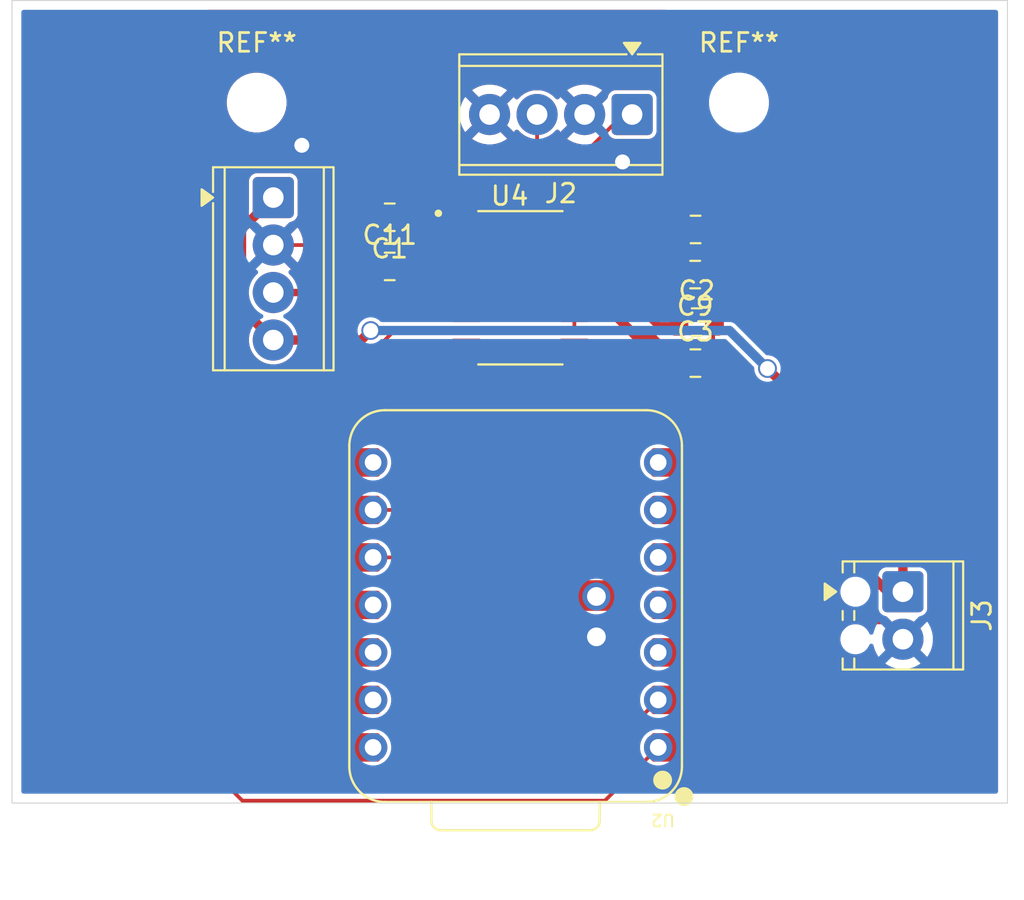
<source format=kicad_pcb>
(kicad_pcb (version 20241229) (generator "pcbnew") (generator_version "9.0")
  (title_block (title "Electrometer ADC") (date "2025-08-21") (rev "v2.0"))
  (layers (0 "F.Cu" signal) (2 "B.Cu" signal) (13 "F.Paste" user) (15 "B.Paste" user) (5 "F.SilkS" user "F.Silkscreen") (7 "B.SilkS" user "B.Silkscreen") (1 "F.Mask" user) (3 "B.Mask" user) (25 "Edge.Cuts" user))
  (net 0 "")
  (net 1 "+BATT")
  (net 2 "Net-(U4-REF)")
  (net 3 "Net-(U4-REFCAP)")
  (net 4 "/MOSI")
  (net 5 "/SCK")
  (net 6 "/~{CS}")
  (net 7 "/MISO")
  (net 8 "Net-(J2-Pin_3)")
  (net 9 "Net-(J2-Pin_1)")
  (net 15 "+5V")
  (net 16 "GND")
  (net 29 "/SSTRB")
  (footprint "Max1032:SOP65P640X110-24N" (layer "F.Cu") (at 149.606 96.774)
    (property "Reference" "U4" (at -0.575 -4.912 0) (layer "F.SilkS"))
    (property "Value" "MAX1032BEUG_" (hide yes))
    (fp_line (start -2.25 -4.1) (end 2.25 -4.1) (stroke (width 0.127)) (layer "F.SilkS"))
    (fp_line (start -2.25 4.1) (end 2.25 4.1) (stroke (width 0.127)) (layer "F.SilkS"))
    (fp_circle (center -4.385 -3.985) (end -4.285 -3.985) (stroke (width 0.2)) (fill no) (layer "F.SilkS"))
    (pad "1" smd roundrect (at -2.885 -3.575) (size 1.5 0.41) (layers "F.Cu" "F.Mask" "F.Paste") (roundrect_rratio 0.125) (net 15 "+5V"))
    (pad "2" smd roundrect (at -2.885 -2.925) (size 1.5 0.41) (layers "F.Cu" "F.Mask" "F.Paste") (roundrect_rratio 0.125) (net 15 "+5V"))
    (pad "3" smd roundrect (at -2.885 -2.275) (size 1.5 0.41) (layers "F.Cu" "F.Mask" "F.Paste") (roundrect_rratio 0.125) (net 8 "Net-(J2-Pin_3)"))
    (pad "4" smd roundrect (at -2.885 -1.625) (size 1.5 0.41) (layers "F.Cu" "F.Mask" "F.Paste") (roundrect_rratio 0.125) (net 9 "Net-(J2-Pin_1)"))
    (pad "5" smd roundrect (at -2.885 -0.975) (size 1.5 0.41) (layers "F.Cu" "F.Mask" "F.Paste") (roundrect_rratio 0.125))
    (pad "6" smd roundrect (at -2.885 -0.325) (size 1.5 0.41) (layers "F.Cu" "F.Mask" "F.Paste") (roundrect_rratio 0.125))
    (pad "7" smd roundrect (at -2.885 0.325) (size 1.5 0.41) (layers "F.Cu" "F.Mask" "F.Paste") (roundrect_rratio 0.125))
    (pad "8" smd roundrect (at -2.885 0.975) (size 1.5 0.41) (layers "F.Cu" "F.Mask" "F.Paste") (roundrect_rratio 0.125))
    (pad "9" smd roundrect (at -2.885 1.625) (size 1.5 0.41) (layers "F.Cu" "F.Mask" "F.Paste") (roundrect_rratio 0.125))
    (pad "10" smd roundrect (at -2.885 2.275) (size 1.5 0.41) (layers "F.Cu" "F.Mask" "F.Paste") (roundrect_rratio 0.125) (net 6 "/~{CS}"))
    (pad "11" smd roundrect (at -2.885 2.925) (size 1.5 0.41) (layers "F.Cu" "F.Mask" "F.Paste") (roundrect_rratio 0.125) (net 4 "/MOSI"))
    (pad "12" smd roundrect (at -2.885 3.575) (size 1.5 0.41) (layers "F.Cu" "F.Mask" "F.Paste") (roundrect_rratio 0.125) (net 29 "/SSTRB"))
    (pad "13" smd roundrect (at 2.885 3.575) (size 1.5 0.41) (layers "F.Cu" "F.Mask" "F.Paste") (roundrect_rratio 0.125) (net 5 "/SCK"))
    (pad "14" smd roundrect (at 2.885 2.925) (size 1.5 0.41) (layers "F.Cu" "F.Mask" "F.Paste") (roundrect_rratio 0.125) (net 7 "/MISO"))
    (pad "15" smd roundrect (at 2.885 2.275) (size 1.5 0.41) (layers "F.Cu" "F.Mask" "F.Paste") (roundrect_rratio 0.125) (net 16 "GND"))
    (pad "16" smd roundrect (at 2.885 1.625) (size 1.5 0.41) (layers "F.Cu" "F.Mask" "F.Paste") (roundrect_rratio 0.125) (net 16 "GND"))
    (pad "17" smd roundrect (at 2.885 0.975) (size 1.5 0.41) (layers "F.Cu" "F.Mask" "F.Paste") (roundrect_rratio 0.125) (net 1 "+BATT"))
    (pad "18" smd roundrect (at 2.885 0.325) (size 1.5 0.41) (layers "F.Cu" "F.Mask" "F.Paste") (roundrect_rratio 0.125) (net 15 "+5V"))
    (pad "19" smd roundrect (at 2.885 -0.325) (size 1.5 0.41) (layers "F.Cu" "F.Mask" "F.Paste") (roundrect_rratio 0.125) (net 3 "Net-(U4-REFCAP)"))
    (pad "20" smd roundrect (at 2.885 -0.975) (size 1.5 0.41) (layers "F.Cu" "F.Mask" "F.Paste") (roundrect_rratio 0.125) (net 2 "Net-(U4-REF)"))
    (pad "21" smd roundrect (at 2.885 -1.625) (size 1.5 0.41) (layers "F.Cu" "F.Mask" "F.Paste") (roundrect_rratio 0.125) (net 16 "GND"))
    (pad "22" smd roundrect (at 2.885 -2.275) (size 1.5 0.41) (layers "F.Cu" "F.Mask" "F.Paste") (roundrect_rratio 0.125) (net 15 "+5V"))
    (pad "23" smd roundrect (at 2.885 -2.925) (size 1.5 0.41) (layers "F.Cu" "F.Mask" "F.Paste") (roundrect_rratio 0.125) (net 16 "GND"))
    (pad "24" smd roundrect (at 2.885 -3.575) (size 1.5 0.41) (layers "F.Cu" "F.Mask" "F.Paste") (roundrect_rratio 0.125) (net 16 "GND"))
  )
  (footprint "Capacitor_SMD:C_0805_2012Metric" (layer "F.Cu") (at 158.971252 93.655462 180)
    (property "Reference" "C8" (hide yes))
    (property "Value" "1u")
    (fp_line (start -0.261252 0.735) (end 0.261252 0.735) (stroke (width 0.12)) (layer "F.SilkS"))
    (fp_line (start -0.261252 -0.735) (end 0.261252 -0.735) (stroke (width 0.12)) (layer "F.SilkS"))
    (pad "1" smd roundrect (at -0.95 0 180) (size 1 1.45) (layers "F.Cu" "F.Mask" "F.Paste") (net 16 "GND"))
    (pad "2" smd roundrect (at 0.95 0 180) (size 1 1.45) (layers "F.Cu" "F.Mask" "F.Paste") (net 2 "Net-(U4-REF)"))
  )
  (footprint "MountingHole:MountingHole_2.7mm_M2.5_ISO7380" (layer "F.Cu") (at 161.29 86.868)
    (property "Reference" "REF**" (at 0 -3.2 0) (layer "F.SilkS"))
    (property "Value" "MountingHole_2.7mm_M2.5_ISO7380")
    (pad "" np_thru_hole circle (at 0 0) (size 2.7 2.7) (drill 2.7) (layers "*.Cu" "*.Mask"))
  )
  (footprint "XIAO_DIP:XIAO-ESP32C3-DIP" (layer "F.Cu") (at 149.232 113.7355 180)
    (property "Reference" "U2" (at -8 -11.5 180) (layer "F.SilkS") (effects (font (size 0.635 0.635) (thickness 0.1016))))
    (property "Value" "XIAO-ESP32-C3-DIP")
    (fp_line (start 8.77 8.509) (end 8.77 -8.636) (stroke (width 0.127)) (layer "F.SilkS"))
    (fp_line (start 6.865 -10.541) (end -7.105 -10.541) (stroke (width 0.1)) (layer "F.SilkS"))
    (fp_line (start 6.865 -10.541) (end -7.105 -10.541) (stroke (width 0.127)) (layer "F.SilkS"))
    (fp_line (start 4.384 -11.551) (end 4.384 -10.541) (stroke (width 0.127)) (layer "F.SilkS"))
    (fp_line (start -4.111272 -12.051) (end 3.884 -12.051) (stroke (width 0.127)) (layer "F.SilkS"))
    (fp_line (start -4.615 -10.541) (end -4.611272 -11.551272) (stroke (width 0.127)) (layer "F.SilkS"))
    (fp_line (start -7.105 10.414) (end 6.865 10.414) (stroke (width 0.127)) (layer "F.SilkS"))
    (fp_line (start -9.01 8.509) (end -9.01 -8.636) (stroke (width 0.127)) (layer "F.SilkS"))
    (fp_arc (start 8.77 8.509) (mid 8.212038 9.856038) (end 6.865 10.414) (stroke (width 0.127)) (layer "F.SilkS"))
    (fp_arc (start 6.865 -10.541) (mid 8.212038 -9.983038) (end 8.77 -8.636) (stroke (width 0.127)) (layer "F.SilkS"))
    (fp_arc (start 3.884 -12.051) (mid 4.237553 -11.904553) (end 4.384 -11.551) (stroke (width 0.127)) (layer "F.SilkS"))
    (fp_arc (start -4.611272 -11.551272) (mid -4.464728 -11.90464) (end -4.111272 -12.051) (stroke (width 0.127)) (layer "F.SilkS"))
    (fp_arc (start -7.105 10.414) (mid -8.452038 9.856038) (end -9.01 8.509) (stroke (width 0.127)) (layer "F.SilkS"))
    (fp_arc (start -9.01 -8.636) (mid -8.452038 -9.983038) (end -7.105 -10.541) (stroke (width 0.127)) (layer "F.SilkS"))
    (fp_circle (center -7.977 -9.37) (end -7.977 -9.624) (stroke (width 0.5)) (fill yes) (layer "F.SilkS"))
    (fp_circle (center -9.12 -10.25) (end -9.12 -10.504) (stroke (width 0.5)) (fill yes) (layer "F.SilkS"))
    (pad "1" smd roundrect (at -8.575 -7.62) (size 2.432 1.524) (layers "F.Cu" "F.Mask") (roundrect_rratio 0.1) (net 6 "/~{CS}"))
    (pad "1" thru_hole circle (at -7.74 -7.62) (size 1.524 1.524) (drill 0.889) (layers "*.Cu" "*.Mask") (net 6 "/~{CS}"))
    (pad "2" smd roundrect (at -8.575 -5.08) (size 2.432 1.524) (layers "F.Cu" "F.Mask") (roundrect_rratio 0.1) (net 29 "/SSTRB"))
    (pad "2" thru_hole circle (at -7.74 -5.08) (size 1.524 1.524) (drill 0.889) (layers "*.Cu" "*.Mask") (net 29 "/SSTRB"))
    (pad "3" smd roundrect (at -8.575 -2.54) (size 2.432 1.524) (layers "F.Cu" "F.Mask") (roundrect_rratio 0.1))
    (pad "3" thru_hole circle (at -7.74 -2.54) (size 1.524 1.524) (drill 0.889) (layers "*.Cu" "*.Mask"))
    (pad "4" smd roundrect (at -8.575 0) (size 2.432 1.524) (layers "F.Cu" "F.Mask") (roundrect_rratio 0.1))
    (pad "4" thru_hole circle (at -7.74 0) (size 1.524 1.524) (drill 0.889) (layers "*.Cu" "*.Mask"))
    (pad "5" smd roundrect (at -8.575 2.54) (size 2.432 1.524) (layers "F.Cu" "F.Mask") (roundrect_rratio 0.1))
    (pad "5" thru_hole circle (at -7.74 2.54) (size 1.524 1.524) (drill 0.889) (layers "*.Cu" "*.Mask"))
    (pad "6" smd roundrect (at -8.575 5.08) (size 2.432 1.524) (layers "F.Cu" "F.Mask") (roundrect_rratio 0.1))
    (pad "6" thru_hole circle (at -7.74 5.08) (size 1.524 1.524) (drill 0.889) (layers "*.Cu" "*.Mask"))
    (pad "7" smd roundrect (at -8.575 7.62) (size 2.432 1.524) (layers "F.Cu" "F.Mask") (roundrect_rratio 0.1))
    (pad "7" thru_hole circle (at -7.74 7.62) (size 1.524 1.524) (drill 0.889) (layers "*.Cu" "*.Mask"))
    (pad "8" thru_hole circle (at 7.5 7.62 180) (size 1.524 1.524) (drill 0.889) (layers "*.Cu" "*.Mask"))
    (pad "8" smd roundrect (at 8.335 7.62 180) (size 2.432 1.524) (layers "F.Cu" "F.Mask") (roundrect_rratio 0.1))
    (pad "9" thru_hole circle (at 7.5 5.08 180) (size 1.524 1.524) (drill 0.889) (layers "*.Cu" "*.Mask") (net 5 "/SCK"))
    (pad "9" smd roundrect (at 8.335 5.08 180) (size 2.432 1.524) (layers "F.Cu" "F.Mask") (roundrect_rratio 0.1) (net 5 "/SCK"))
    (pad "10" thru_hole circle (at 7.5 2.54 180) (size 1.524 1.524) (drill 0.889) (layers "*.Cu" "*.Mask") (net 7 "/MISO"))
    (pad "10" smd roundrect (at 8.335 2.54 180) (size 2.432 1.524) (layers "F.Cu" "F.Mask") (roundrect_rratio 0.1) (net 7 "/MISO"))
    (pad "11" thru_hole circle (at 7.5 0 180) (size 1.524 1.524) (drill 0.889) (layers "*.Cu" "*.Mask") (net 4 "/MOSI"))
    (pad "11" smd roundrect (at 8.335 0 180) (size 2.432 1.524) (layers "F.Cu" "F.Mask") (roundrect_rratio 0.1) (net 4 "/MOSI"))
    (pad "12" thru_hole circle (at 7.5 -2.54 180) (size 1.524 1.524) (drill 0.889) (layers "*.Cu" "*.Mask"))
    (pad "12" smd roundrect (at 8.335 -2.54 180) (size 2.432 1.524) (layers "F.Cu" "F.Mask") (roundrect_rratio 0.1))
    (pad "13" thru_hole circle (at 7.5 -5.08 180) (size 1.524 1.524) (drill 0.889) (layers "*.Cu" "*.Mask"))
    (pad "13" smd roundrect (at 8.335 -5.08 180) (size 2.432 1.524) (layers "F.Cu" "F.Mask") (roundrect_rratio 0.1))
    (pad "14" thru_hole circle (at 7.5 -7.62 180) (size 1.524 1.524) (drill 0.889) (layers "*.Cu" "*.Mask"))
    (pad "14" smd roundrect (at 8.335 -7.62 180) (size 2.432 1.524) (layers "F.Cu" "F.Mask") (roundrect_rratio 0.1))
    (pad "15" smd roundrect (at -4.5 0.5 180) (size 3 1.635) (layers "F.Cu" "F.Mask" "F.Paste") (roundrect_rratio 0.15) (net 1 "+BATT"))
    (pad "16" smd roundrect (at -4.5 -1.75 180) (size 3 1.5) (layers "F.Cu" "F.Mask" "F.Paste") (roundrect_rratio 0.15) (net 16 "GND"))
  )
  (footprint "TerminalBlock_Phoenix:TerminalBlock_Phoenix_MPT-0,5-4-2.54_1x04_P2.54mm_Horizontal" (layer "F.Cu") (at 155.579 87.507 180)
    (property "Reference" "J2" (at 3.81 -4.22 0) (layer "F.SilkS"))
    (property "Value" "Screw_Terminal_01x04" (hide yes))
    (fp_line (start 9.24 3.22) (end 0.3 3.22) (stroke (width 0.12)) (layer "F.SilkS"))
    (fp_line (start 9.24 -3.22) (end 9.24 3.22) (stroke (width 0.12)) (layer "F.SilkS"))
    (fp_line (start -0.3 3.22) (end -1.62 3.22) (stroke (width 0.12)) (layer "F.SilkS"))
    (fp_line (start -1.62 3.22) (end -1.62 -3.22) (stroke (width 0.12)) (layer "F.SilkS"))
    (fp_line (start -1.62 2.6) (end 9.24 2.6) (stroke (width 0.12)) (layer "F.SilkS"))
    (fp_line (start -1.62 -2.7) (end 9.24 -2.7) (stroke (width 0.12)) (layer "F.SilkS"))
    (fp_line (start -1.62 -3.22) (end 9.24 -3.22) (stroke (width 0.12)) (layer "F.SilkS"))
    (fp_poly (pts (xy 0 3.22) (xy 0.44 3.83) (xy -0.44 3.83)) (stroke (width 0.12)) (fill yes) (layer "F.SilkS"))
    (pad "1" thru_hole roundrect (at 0 0 180) (size 2.2 2.2) (drill 1.1) (layers "*.Cu" "*.Mask") (roundrect_rratio 0.113636) (net 9 "Net-(J2-Pin_1)"))
    (pad "2" thru_hole circle (at 2.54 0 180) (size 2.2 2.2) (drill 1.1) (layers "*.Cu" "*.Mask") (net 16 "GND"))
    (pad "3" thru_hole circle (at 5.08 0 180) (size 2.2 2.2) (drill 1.1) (layers "*.Cu" "*.Mask") (net 8 "Net-(J2-Pin_3)"))
    (pad "4" thru_hole circle (at 7.62 0 180) (size 2.2 2.2) (drill 1.1) (layers "*.Cu" "*.Mask") (net 16 "GND"))
  )
  (footprint "Capacitor_SMD:C_0805_2012Metric" (layer "F.Cu") (at 142.621 95.631)
    (property "Reference" "C11" (at 0 -1.68 0) (layer "F.SilkS"))
    (property "Value" "100n")
    (fp_line (start -0.261252 -0.735) (end 0.261252 -0.735) (stroke (width 0.12)) (layer "F.SilkS"))
    (fp_line (start -0.261252 0.735) (end 0.261252 0.735) (stroke (width 0.12)) (layer "F.SilkS"))
    (pad "1" smd roundrect (at -0.95 0) (size 1 1.45) (layers "F.Cu" "F.Mask" "F.Paste") (net 16 "GND"))
    (pad "2" smd roundrect (at 0.95 0) (size 1 1.45) (layers "F.Cu" "F.Mask" "F.Paste") (net 15 "+5V"))
  )
  (footprint "Capacitor_SMD:C_0805_2012Metric" (layer "F.Cu") (at 158.95 96.068462 180)
    (property "Reference" "C9" (at 0 -1.68 0) (layer "F.SilkS"))
    (property "Value" "100n" (hide yes))
    (fp_line (start -0.261252 0.735) (end 0.261252 0.735) (stroke (width 0.12)) (layer "F.SilkS"))
    (fp_line (start -0.261252 -0.735) (end 0.261252 -0.735) (stroke (width 0.12)) (layer "F.SilkS"))
    (pad "1" smd roundrect (at -0.95 0 180) (size 1 1.45) (layers "F.Cu" "F.Mask" "F.Paste") (net 16 "GND"))
    (pad "2" smd roundrect (at 0.95 0 180) (size 1 1.45) (layers "F.Cu" "F.Mask" "F.Paste") (net 3 "Net-(U4-REFCAP)"))
  )
  (footprint "Capacitor_SMD:C_0805_2012Metric" (layer "F.Cu") (at 159.032252 98.608462)
    (property "Reference" "C2" (at 0 -1.68 0) (layer "F.SilkS"))
    (property "Value" "100n")
    (fp_line (start -0.261252 -0.735) (end 0.261252 -0.735) (stroke (width 0.12)) (layer "F.SilkS"))
    (fp_line (start -0.261252 0.735) (end 0.261252 0.735) (stroke (width 0.12)) (layer "F.SilkS"))
    (pad "1" smd roundrect (at -0.95 0) (size 1 1.45) (layers "F.Cu" "F.Mask" "F.Paste") (net 15 "+5V"))
    (pad "2" smd roundrect (at 0.95 0) (size 1 1.45) (layers "F.Cu" "F.Mask" "F.Paste") (net 16 "GND"))
  )
  (footprint "Capacitor_SMD:C_0805_2012Metric" (layer "F.Cu") (at 158.960252 100.802462)
    (property "Reference" "C3" (at 0 -1.68 0) (layer "F.SilkS"))
    (property "Value" "100n")
    (fp_line (start -0.261252 -0.735) (end 0.261252 -0.735) (stroke (width 0.12)) (layer "F.SilkS"))
    (fp_line (start -0.261252 0.735) (end 0.261252 0.735) (stroke (width 0.12)) (layer "F.SilkS"))
    (pad "1" smd roundrect (at -0.95 0) (size 1 1.45) (layers "F.Cu" "F.Mask" "F.Paste") (net 1 "+BATT"))
    (pad "2" smd roundrect (at 0.95 0) (size 1 1.45) (layers "F.Cu" "F.Mask" "F.Paste") (net 16 "GND"))
  )
  (footprint "TerminalBlock_Phoenix:TerminalBlock_Phoenix_MPT-0,5-2-2.54_1x02_P2.54mm_Horizontal" (layer "F.Cu") (at 170.053 113.03 -90)
    (property "Reference" "J3" (at 1.27 -4.22 90) (layer "F.SilkS"))
    (property "Value" "Screw_Terminal_01x02")
    (fp_line (start -1.62 3.22) (end -1.62 -3.22) (stroke (width 0.12)) (layer "F.SilkS"))
    (fp_line (start -1.03 3.22) (end -1.62 3.22) (stroke (width 0.12)) (layer "F.SilkS"))
    (fp_line (start 1.51 3.22) (end 1.03 3.22) (stroke (width 0.12)) (layer "F.SilkS"))
    (fp_line (start 4.16 3.22) (end 3.57 3.22) (stroke (width 0.12)) (layer "F.SilkS"))
    (fp_line (start -1.62 2.6) (end -1.03 2.6) (stroke (width 0.12)) (layer "F.SilkS"))
    (fp_line (start 1.03 2.6) (end 1.51 2.6) (stroke (width 0.12)) (layer "F.SilkS"))
    (fp_line (start 3.57 2.6) (end 4.16 2.6) (stroke (width 0.12)) (layer "F.SilkS"))
    (fp_line (start -1.62 -2.7) (end 4.16 -2.7) (stroke (width 0.12)) (layer "F.SilkS"))
    (fp_line (start -1.62 -3.22) (end 4.16 -3.22) (stroke (width 0.12)) (layer "F.SilkS"))
    (fp_line (start 4.16 -3.22) (end 4.16 3.22) (stroke (width 0.12)) (layer "F.SilkS"))
    (fp_poly (pts (xy 0 3.57) (xy 0.44 4.18) (xy -0.44 4.18)) (stroke (width 0.12)) (fill yes) (layer "F.SilkS"))
    (pad "" np_thru_hole circle (at 0 2.54 270) (size 1.1 1.1) (drill 1.1) (layers "*.Cu" "*.Mask"))
    (pad "" np_thru_hole circle (at 2.54 2.54 270) (size 1.1 1.1) (drill 1.1) (layers "*.Cu" "*.Mask"))
    (pad "1" thru_hole roundrect (at 0 0 270) (size 2.2 2.2) (drill 1.1) (layers "*.Cu" "*.Mask") (roundrect_rratio 0.113636) (net 1 "+BATT"))
    (pad "2" thru_hole circle (at 2.54 0 270) (size 2.2 2.2) (drill 1.1) (layers "*.Cu" "*.Mask") (net 16 "GND"))
  )
  (footprint "Capacitor_SMD:C_0805_2012Metric" (layer "F.Cu") (at 142.621 93.0025 180)
    (property "Reference" "C1" (at 0 -1.68 0) (layer "F.SilkS"))
    (property "Value" "100n")
    (fp_line (start -0.261252 0.735) (end 0.261252 0.735) (stroke (width 0.12)) (layer "F.SilkS"))
    (fp_line (start -0.261252 -0.735) (end 0.261252 -0.735) (stroke (width 0.12)) (layer "F.SilkS"))
    (pad "1" smd roundrect (at -0.95 0 180) (size 1 1.45) (layers "F.Cu" "F.Mask" "F.Paste") (net 15 "+5V"))
    (pad "2" smd roundrect (at 0.95 0 180) (size 1 1.45) (layers "F.Cu" "F.Mask" "F.Paste") (net 16 "GND"))
  )
  (footprint "MountingHole:MountingHole_2.7mm_M2.5_ISO7380" (layer "F.Cu") (at 135.509 86.868)
    (property "Reference" "REF**" (at 0 -3.2 0) (layer "F.SilkS"))
    (property "Value" "MountingHole_2.7mm_M2.5_ISO7380")
    (pad "" np_thru_hole circle (at 0 0) (size 2.7 2.7) (drill 2.7) (layers "*.Cu" "*.Mask"))
  )
  (footprint "TerminalBlock_Phoenix:TerminalBlock_Phoenix_MPT-0,5-4-2.54_1x04_P2.54mm_Horizontal" (layer "F.Cu") (at 136.398 91.948 -90)
    (property "Reference" "J1" (hide yes))
    (property "Value" "Screw_Terminal_01x04" (hide yes))
    (fp_line (start -1.62 3.22) (end -1.62 -3.22) (stroke (width 0.12)) (layer "F.SilkS"))
    (fp_line (start -0.3 3.22) (end -1.62 3.22) (stroke (width 0.12)) (layer "F.SilkS"))
    (fp_line (start 9.24 3.22) (end 0.3 3.22) (stroke (width 0.12)) (layer "F.SilkS"))
    (fp_line (start -1.62 2.6) (end 9.24 2.6) (stroke (width 0.12)) (layer "F.SilkS"))
    (fp_line (start -1.62 -2.7) (end 9.24 -2.7) (stroke (width 0.12)) (layer "F.SilkS"))
    (fp_line (start -1.62 -3.22) (end 9.24 -3.22) (stroke (width 0.12)) (layer "F.SilkS"))
    (fp_line (start 9.24 -3.22) (end 9.24 3.22) (stroke (width 0.12)) (layer "F.SilkS"))
    (fp_poly (pts (xy 0 3.22) (xy 0.44 3.83) (xy -0.44 3.83)) (stroke (width 0.12)) (fill yes) (layer "F.SilkS"))
    (pad "1" thru_hole roundrect (at 0 0 270) (size 2.2 2.2) (drill 1.1) (layers "*.Cu" "*.Mask") (roundrect_rratio 0.113636) (net 1 "+BATT"))
    (pad "2" thru_hole circle (at 2.54 0 270) (size 2.2 2.2) (drill 1.1) (layers "*.Cu" "*.Mask") (net 16 "GND"))
    (pad "3" thru_hole circle (at 5.08 0 270) (size 2.2 2.2) (drill 1.1) (layers "*.Cu" "*.Mask") (net 15 "+5V"))
    (pad "4" thru_hole circle (at 7.62 0 270) (size 2.2 2.2) (drill 1.1) (layers "*.Cu" "*.Mask") (net 1 "+BATT"))
  )
  (gr_line (start 122.428 81.407) (end 175.641 81.407) (stroke (width 0.05)) (layer "Edge.Cuts"))
  (gr_line (start 175.641 124.333) (end 122.428 124.333) (stroke (width 0.05)) (layer "Edge.Cuts"))
  (gr_line (start 122.428 124.333) (end 122.428 81.407) (stroke (width 0.05)) (layer "Edge.Cuts"))
  (gr_line (start 175.641 81.407) (end 175.641 124.333) (stroke (width 0.05)) (layer "Edge.Cuts"))
  (gr_text "Electrometer ADC\nv3.5\n9/9/2025" (at 132.207 114.681 90) (layer "F.Cu") (effects (font (size 2 2.5) (thickness 0.3)) (justify left bottom)))
  (segment (start 158.2345 101.7345) (end 158.2345 101.02671) (width 0.5) (layer "F.Cu") (net 1))
  (segment (start 163.703 101.981) (end 162.814 101.092) (width 0.5) (layer "F.Cu") (net 1))
  (segment (start 163.576 102.616) (end 159.116 102.616) (width 0.5) (layer "F.Cu") (net 1))
  (segment (start 170.053 109.093) (end 163.703 102.743) (width 0.5) (layer "F.Cu") (net 1))
  (segment (start 165.331 112.418) (end 166.243 111.506) (width 0.5) (layer "F.Cu") (net 1))
  (segment (start 170.053 113.03) (end 170.053 109.093) (width 0.5) (layer "F.Cu") (net 1))
  (segment (start 141.097 99.568) (end 141.605 99.06) (width 0.5) (layer "F.Cu") (net 1))
  (segment (start 134.697 93.649) (end 134.697 97.867) (width 0.5) (layer "F.Cu") (net 1))
  (segment (start 167.711509 111.506) (end 169.235509 113.03) (width 0.5) (layer "F.Cu") (net 1))
  (segment (start 170.053 109.093) (end 163.576 102.616) (width 0.5) (layer "F.Cu") (net 1))
  (segment (start 156.61479 99.407) (end 155.834058 99.407) (width 0.5) (layer "F.Cu") (net 1))
  (segment (start 134.697 97.867) (end 136.398 99.568) (width 0.5) (layer "F.Cu") (net 1))
  (segment (start 163.703 102.743) (end 163.703 101.981) (width 0.5) (layer "F.Cu") (net 1))
  (segment (start 155.834058 99.407) (end 154.176058 97.749) (width 0.5) (layer "F.Cu") (net 1))
  (segment (start 136.398 91.948) (end 134.697 93.649) (width 0.5) (layer "F.Cu") (net 1))
  (segment (start 159.116 102.616) (end 158.2345 101.7345) (width 0.5) (layer "F.Cu") (net 1))
  (segment (start 154.176058 97.749) (end 152.491 97.749) (width 0.5) (layer "F.Cu") (net 1))
  (segment (start 166.243 111.506) (end 167.711509 111.506) (width 0.5) (layer "F.Cu") (net 1))
  (segment (start 136.398 99.568) (end 141.097 99.568) (width 0.5) (layer "F.Cu") (net 1))
  (segment (start 169.235509 113.03) (end 170.053 113.03) (width 0.5) (layer "F.Cu") (net 1))
  (segment (start 158.2345 101.02671) (end 156.61479 99.407) (width 0.5) (layer "F.Cu") (net 1))
  (segment (start 154.5495 112.418) (end 165.331 112.418) (width 0.5) (layer "F.Cu") (net 1))
  (segment (start 153.732 113.2355) (end 154.5495 112.418) (width 0.5) (layer "F.Cu") (net 1))
  (via (at 153.67 113.284) (size 1.5) (drill 1) (layers "F.Cu" "B.Cu") (net 1))
  (via (at 141.605 99.06) (size 1) (drill 0.8) (layers "F.Cu" "B.Cu") (net 1))
  (via (at 162.814 101.092) (size 1) (drill 0.8) (layers "F.Cu" "B.Cu") (net 1))
  (segment (start 160.782 99.06) (end 141.605 99.06) (width 0.5) (layer "B.Cu") (net 1))
  (segment (start 162.814 101.092) (end 160.782 99.06) (width 0.5) (layer "B.Cu") (net 1))
  (segment (start 153.756 95.799) (end 155.702 93.853) (width 0.2) (layer "F.Cu") (net 2))
  (segment (start 152.491 95.799) (end 153.756 95.799) (width 0.2) (layer "F.Cu") (net 2))
  (segment (start 157.823714 93.853) (end 158.021252 93.655462) (width 0.2) (layer "F.Cu") (net 2))
  (segment (start 155.702 93.853) (end 157.823714 93.853) (width 0.2) (layer "F.Cu") (net 2))
  (segment (start 157.169538 96.068462) (end 158 96.068462) (width 0.2) (layer "F.Cu") (net 3))
  (segment (start 157.884714 96.266) (end 158.082252 96.068462) (width 0.2) (layer "F.Cu") (net 3))
  (segment (start 156.789 96.449) (end 157.169538 96.068462) (width 0.2) (layer "F.Cu") (net 3))
  (segment (start 152.491 96.449) (end 156.789 96.449) (width 0.2) (layer "F.Cu") (net 3))
  (segment (start 140.335 103.886) (end 144.536078 103.886) (width 0.2) (layer "F.Cu") (net 4))
  (segment (start 147.451 99.699) (end 146.721 99.699) (width 0.2) (layer "F.Cu") (net 4))
  (segment (start 144.536078 103.886) (end 147.772 100.650078) (width 0.2) (layer "F.Cu") (net 4))
  (segment (start 147.772 100.650078) (end 147.772 100.02) (width 0.2) (layer "F.Cu") (net 4))
  (segment (start 138.684 105.537) (end 140.335 103.886) (width 0.2) (layer "F.Cu") (net 4))
  (segment (start 138.684 111.76513) (end 138.684 105.537) (width 0.2) (layer "F.Cu") (net 4))
  (segment (start 141.732 113.7355) (end 140.65437 113.7355) (width 0.2) (layer "F.Cu") (net 4))
  (segment (start 140.65437 113.7355) (end 138.684 111.76513) (width 0.2) (layer "F.Cu") (net 4))
  (segment (start 147.772 100.02) (end 147.451 99.699) (width 0.2) (layer "F.Cu") (net 4))
  (segment (start 141.732 108.6555) (end 144.1845 108.6555) (width 0.2) (layer "F.Cu") (net 5))
  (segment (start 144.1845 108.6555) (end 152.491 100.349) (width 0.2) (layer "F.Cu") (net 5))
  (segment (start 133.223 122.682) (end 133.223 108.712) (width 0.2) (layer "F.Cu") (net 6))
  (segment (start 156.972 121.3555) (end 154.1215 124.206) (width 0.2) (layer "F.Cu") (net 6))
  (segment (start 154.1215 124.206) (end 134.747 124.206) (width 0.2) (layer "F.Cu") (net 6))
  (segment (start 146.605 98.933) (end 146.721 99.049) (width 0.2) (layer "F.Cu") (net 6))
  (segment (start 134.747 124.206) (end 133.223 122.682) (width 0.2) (layer "F.Cu") (net 6))
  (segment (start 142.886 99.049) (end 146.721 99.049) (width 0.2) (layer "F.Cu") (net 6))
  (segment (start 133.223 108.712) (end 142.886 99.049) (width 0.2) (layer "F.Cu") (net 6))
  (segment (start 141.732 111.1955) (end 142.996578 111.1955) (width 0.2) (layer "F.Cu") (net 7))
  (segment (start 153.193078 99.699) (end 152.491 99.699) (width 0.2) (layer "F.Cu") (net 7))
  (segment (start 142.996578 111.1955) (end 153.542 100.650078) (width 0.2) (layer "F.Cu") (net 7))
  (segment (start 153.542 100.650078) (end 153.542 100.047922) (width 0.2) (layer "F.Cu") (net 7))
  (segment (start 153.542 100.047922) (end 153.193078 99.699) (width 0.2) (layer "F.Cu") (net 7))
  (segment (start 147.470999 94.499) (end 150.499 91.470999) (width 0.2) (layer "F.Cu") (net 8))
  (segment (start 150.499 91.470999) (end 150.499 87.507) (width 0.2) (layer "F.Cu") (net 8))
  (segment (start 146.721 94.499) (end 147.470999 94.499) (width 0.2) (layer "F.Cu") (net 8))
  (segment (start 146.721 95.149) (end 147.470999 95.149) (width 0.2) (layer "F.Cu") (net 9))
  (segment (start 155.112999 87.507) (end 155.579 87.507) (width 0.2) (layer "F.Cu") (net 9))
  (segment (start 147.470999 95.149) (end 155.112999 87.507) (width 0.2) (layer "F.Cu") (net 9))
  (segment (start 156.464 83.058) (end 147.193 83.058) (width 0.4) (layer "F.Cu") (net 15))
  (segment (start 143.571 93.0025) (end 146.5245 93.0025) (width 0.4) (layer "F.Cu") (net 15))
  (segment (start 150.357 94.499) (end 152.491 94.499) (width 0.4) (layer "F.Cu") (net 15))
  (segment (start 146.5245 93.0025) (end 146.721 93.199) (width 0.4) (layer "F.Cu") (net 15))
  (segment (start 150.114 96.774) (end 150.114 94.742) (width 0.4) (layer "F.Cu") (net 15))
  (segment (start 143.256 97.028) (end 143.637 96.647) (width 0.4) (layer "F.Cu") (net 15))
  (segment (start 136.398 97.028) (end 143.256 97.028) (width 0.4) (layer "F.Cu") (net 15))
  (segment (start 146.177 84.074) (end 146.177 92.655) (width 0.4) (layer "F.Cu") (net 15))
  (segment (start 157.26767 90.63633) (end 157.26767 83.86167) (width 0.4) (layer "F.Cu") (net 15))
  (segment (start 156.972 98.806) (end 157.884714 98.806) (width 0.4) (layer "F.Cu") (net 15))
  (segment (start 152.491 97.099) (end 150.439 97.099) (width 0.4) (layer "F.Cu") (net 15))
  (segment (start 147.193 83.058) (end 146.177 84.074) (width 0.4) (layer "F.Cu") (net 15))
  (segment (start 157.884714 98.806) (end 158.082252 98.608462) (width 0.4) (layer "F.Cu") (net 15))
  (segment (start 155.265 97.099) (end 156.972 98.806) (width 0.4) (layer "F.Cu") (net 15))
  (segment (start 150.114 94.742) (end 150.357 94.499) (width 0.4) (layer "F.Cu") (net 15))
  (segment (start 157.26767 83.86167) (end 156.464 83.058) (width 0.4) (layer "F.Cu") (net 15))
  (segment (start 152.491 97.099) (end 155.265 97.099) (width 0.4) (layer "F.Cu") (net 15))
  (segment (start 143.571 95.631) (end 143.571 93.0025) (width 0.4) (layer "F.Cu") (net 15))
  (segment (start 153.405 94.499) (end 157.26767 90.63633) (width 0.4) (layer "F.Cu") (net 15))
  (segment (start 146.721 93.199) (end 146.721 93.849) (width 0.4) (layer "F.Cu") (net 15))
  (segment (start 143.637 96.647) (end 143.637 95.697) (width 0.4) (layer "F.Cu") (net 15))
  (segment (start 150.439 97.099) (end 150.114 96.774) (width 0.4) (layer "F.Cu") (net 15))
  (segment (start 152.491 94.499) (end 153.405 94.499) (width 0.4) (layer "F.Cu") (net 15))
  (segment (start 146.177 92.655) (end 146.721 93.199) (width 0.4) (layer "F.Cu") (net 15))
  (segment (start 143.637 95.697) (end 143.571 95.631) (width 0.4) (layer "F.Cu") (net 15))
  (segment (start 160.17979 98.806) (end 159.982252 98.608462) (width 0.2) (layer "F.Cu") (net 16))
  (segment (start 136.398 94.488) (end 140.528 94.488) (width 0.2) (layer "F.Cu") (net 16))
  (segment (start 140.528 94.488) (end 141.671 95.631) (width 0.2) (layer "F.Cu") (net 16))
  (segment (start 159.910252 100.802462) (end 159.910252 98.680462) (width 0.2) (layer "F.Cu") (net 16))
  (segment (start 152.491 99.049) (end 152.491 98.399) (width 0.2) (layer "F.Cu") (net 16))
  (segment (start 171.454 105.18821) (end 159.921252 93.655462) (width 0.2) (layer "F.Cu") (net 16))
  (segment (start 149.613 96.98152) (end 149.613 94.481) (width 0.2) (layer "F.Cu") (net 16))
  (segment (start 150.245 93.849) (end 152.491 93.849) (width 0.2) (layer "F.Cu") (net 16))
  (segment (start 153.8389 95.149) (end 152.491 95.149) (width 0.2) (layer "F.Cu") (net 16))
  (segment (start 169.152 114.669) (end 170.053 115.57) (width 0.2) (layer "F.Cu") (net 16))
  (segment (start 156.4049 92.583) (end 153.8389 95.149) (width 0.2) (layer "F.Cu") (net 16))
  (segment (start 155.067 90.043) (end 152.491 92.619) (width 0.2) (layer "F.Cu") (net 16))
  (segment (start 167.139794 114.669) (end 169.152 114.669) (width 0.2) (layer "F.Cu") (net 16))
  (segment (start 159.921252 93.655462) (end 158.84879 92.583) (width 0.2) (layer "F.Cu") (net 16))
  (segment (start 154.005 115.2125) (end 166.596294 115.2125) (width 0.2) (layer "F.Cu") (net 16))
  (segment (start 159.910252 98.680462) (end 159.982252 98.608462) (width 0.2) (layer "F.Cu") (net 16))
  (segment (start 147.959 87.507) (end 149.36 86.106) (width 0.2) (layer "F.Cu") (net 16))
  (segment (start 153.732 115.4855) (end 154.005 115.2125) (width 0.2) (layer "F.Cu") (net 16))
  (segment (start 151.03048 98.399) (end 149.613 96.98152) (width 0.2) (layer "F.Cu") (net 16))
  (segment (start 171.454 114.169) (end 171.454 105.18821) (width 0.2) (layer "F.Cu") (net 16))
  (segment (start 149.36 86.106) (end 151.638 86.106) (width 0.2) (layer "F.Cu") (net 16))
  (segment (start 151.638 86.106) (end 153.039 87.507) (width 0.2) (layer "F.Cu") (net 16))
  (segment (start 166.596294 115.2125) (end 167.139794 114.669) (width 0.2) (layer "F.Cu") (net 16))
  (segment (start 158.84879 92.583) (end 156.4049 92.583) (width 0.2) (layer "F.Cu") (net 16))
  (segment (start 170.053 115.57) (end 171.454 114.169) (width 0.2) (layer "F.Cu") (net 16))
  (segment (start 159.921252 98.547462) (end 159.982252 98.608462) (width 0.2) (layer "F.Cu") (net 16))
  (segment (start 152.491 98.399) (end 151.03048 98.399) (width 0.2) (layer "F.Cu") (net 16))
  (segment (start 149.613 94.481) (end 150.245 93.849) (width 0.2) (layer "F.Cu") (net 16))
  (segment (start 152.491 92.619) (end 152.491 93.199) (width 0.2) (layer "F.Cu") (net 16))
  (segment (start 152.491 93.199) (end 152.491 93.693) (width 0.2) (layer "F.Cu") (net 16))
  (segment (start 141.671 93.0025) (end 141.671 95.631) (width 0.2) (layer "F.Cu") (net 16))
  (segment (start 159.921252 93.655462) (end 159.921252 98.547462) (width 0.2) (layer "F.Cu") (net 16))
  (via (at 153.67 115.443) (size 1.5) (drill 1) (layers "F.Cu" "B.Cu") (net 16))
  (via (at 137.922 89.154) (size 1) (drill 0.8) (layers "F.Cu" "B.Cu") (net 16))
  (via (at 155.067 90.043) (size 1) (drill 0.8) (layers "F.Cu" "B.Cu") (net 16))
  (segment (start 152.146 93.98) (end 152.911469 93.98) (width 0.2) (layer "B.Cu") (net 16))
  (segment (start 151.892 93.98) (end 152.146 93.98) (width 0.2) (layer "B.Cu") (net 16))
  (segment (start 156.972 118.8155) (end 152.5975 123.19) (width 0.2) (layer "F.Cu") (net 29))
  (segment (start 152.5975 123.19) (end 137.16 123.19) (width 0.2) (layer "F.Cu") (net 29))
  (segment (start 135.255 107.442) (end 142.348 100.349) (width 0.2) (layer "F.Cu") (net 29))
  (segment (start 137.16 123.19) (end 135.255 121.285) (width 0.2) (layer "F.Cu") (net 29))
  (segment (start 142.348 100.349) (end 146.721 100.349) (width 0.2) (layer "F.Cu") (net 29))
  (segment (start 135.255 121.285) (end 135.255 107.442) (width 0.2) (layer "F.Cu") (net 29))
  (zone (net 0) (net_name "") (layer "F.Cu") (connect_pads (clearance 0)) (min_thickness 0.25)
    (keepout (tracks allowed) (vias allowed) (pads allowed) (copperpour not_allowed) (footprints allowed))
    (fill (thermal_gap 0.5) (thermal_bridge_width 0.5))
    (polygon (pts (xy 146.558 90.805) (xy 157.861 90.805) (xy 157.861 93.853) (xy 146.558 93.853)))
  )
  (zone (net 0) (net_name "") (layer "F.Cu") (connect_pads (clearance 0)) (min_thickness 0.25)
    (keepout (tracks allowed) (vias allowed) (pads allowed) (copperpour not_allowed) (footprints allowed))
    (fill (thermal_gap 0.5) (thermal_bridge_width 0.5))
    (polygon (pts (xy 140 87.5) (xy 146 87.5) (xy 146.178419 90.831508) (xy 175.514 90.805) (xy 175.641 127.635) (xy 139.573 127.508)))
  )
  (zone (net 0) (net_name "") (layer "F.Cu") (connect_pads (clearance 0)) (min_thickness 0.2032)
    (keepout (tracks allowed) (vias allowed) (pads allowed) (copperpour not_allowed) (footprints allowed))
    (fill (thermal_gap 0.2032) (thermal_bridge_width 0.5))
    (polygon (pts (xy 122.555 102.362) (xy 143.002 102.362) (xy 142.875 129.413) (xy 122.555 129.54)))
  )
  (zone (net 0) (net_name "") (layer "F.Cu") (connect_pads (clearance 0)) (min_thickness 0.2032)
    (keepout (tracks allowed) (vias allowed) (pads allowed) (copperpour not_allowed) (footprints allowed))
    (fill (thermal_gap 0.2032) (thermal_bridge_width 0.5))
    (polygon (pts (xy 157.48 81.534) (xy 157.607 91.821) (xy 176.53 91.694) (xy 176.53 81.407)))
  )
  (zone (net 16) (net_name "GND") (layers "F.Cu" "B.Cu") (connect_pads (clearance 0.2032)) (min_thickness 0.25) (fill yes (thermal_gap 0.5) (thermal_bridge_width 0.5))
    (polygon (pts (xy 122.428 81.407) (xy 175.641 81.407) (xy 175.641 127.635) (xy 122.428 127.508)))
  )
)
</source>
